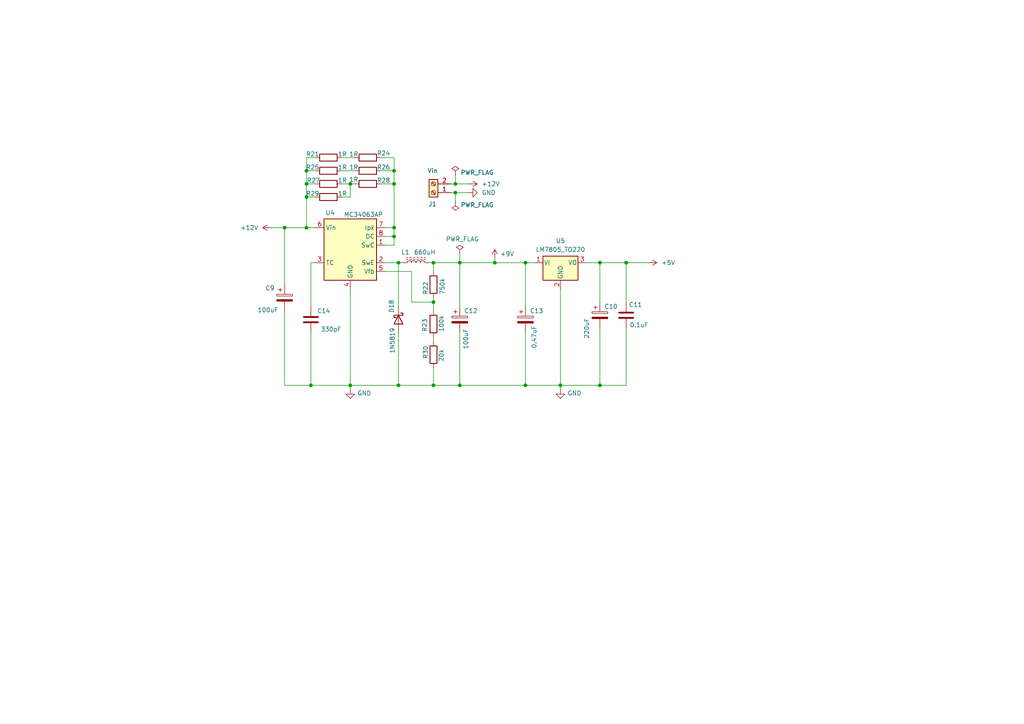
<source format=kicad_sch>
(kicad_sch (version 20231120) (generator "eeschema") (generator_version "8.0")
  (paper "A4")
  (lib_symbols
    (symbol "Connector:Screw_Terminal_01x02" (pin_names (offset 1.016) hide)
      (property "Reference" "J" (at 0 2.54 0))
      (property "Value" "Screw_Terminal_01x02" (at 0 -5.08 0))
      (symbol "Screw_Terminal_01x02_1_1"
        (rectangle (start -1.27 1.27) (end 1.27 -3.81) (stroke (width 0.254)) (fill (type background)))
        (circle (center 0 -2.54) (radius 0.635) (stroke (width 0.1524)))
        (polyline (pts (xy -0.5334 -2.2098) (xy 0.3302 -3.048)) (stroke (width 0.1524)))
        (polyline (pts (xy -0.5334 0.3302) (xy 0.3302 -0.508)) (stroke (width 0.1524)))
        (polyline (pts (xy -0.3556 -2.032) (xy 0.508 -2.8702)) (stroke (width 0.1524)))
        (polyline (pts (xy -0.3556 0.508) (xy 0.508 -0.3302)) (stroke (width 0.1524)))
        (circle (center 0 0) (radius 0.635) (stroke (width 0.1524)))
        (pin passive line (at -5.08 0 0) (length 3.81) (name "Pin_1") (number "1"))
        (pin passive line (at -5.08 -2.54 0) (length 3.81) (name "Pin_2") (number "2"))
      )
    )
    (symbol "Device:C" (pin_numbers hide) (pin_names (offset 0.254))
      (property "Reference" "C" (at 0.635 2.54 0))
      (property "Value" "C" (at 0.635 -2.54 0))
      (symbol "C_0_1"
        (polyline (pts (xy -2.032 -0.762) (xy 2.032 -0.762)) (stroke (width 0.508)))
        (polyline (pts (xy -2.032 0.762) (xy 2.032 0.762)) (stroke (width 0.508)))
      )
      (symbol "C_1_1"
        (pin passive line (at 0 3.81 270) (length 2.794) (name "~") (number "1"))
        (pin passive line (at 0 -3.81 90) (length 2.794) (name "~") (number "2"))
      )
    )
    (symbol "Device:C_Polarized" (pin_numbers hide) (pin_names (offset 0.254))
      (property "Reference" "C" (at 0.635 2.54 0))
      (property "Value" "C_Polarized" (at 0.635 -2.54 0))
      (symbol "C_Polarized_0_1"
        (rectangle (start -2.286 0.508) (end 2.286 1.016))
        (polyline (pts (xy -1.778 2.286) (xy -0.762 2.286)))
        (polyline (pts (xy -1.27 2.794) (xy -1.27 1.778)))
        (rectangle (start 2.286 -0.508) (end -2.286 -1.016) (fill (type outline)))
      )
      (symbol "C_Polarized_1_1"
        (pin passive line (at 0 3.81 270) (length 2.794) (name "~") (number "1"))
        (pin passive line (at 0 -3.81 90) (length 2.794) (name "~") (number "2"))
      )
    )
    (symbol "Device:L_Ferrite" (pin_numbers hide) (pin_names (offset 1.016) hide)
      (property "Reference" "L" (at -1.27 0 90))
      (property "Value" "L_Ferrite" (at 2.794 0 90))
      (symbol "L_Ferrite_0_1"
        (arc (start 0 -2.54) (mid 0.6323 -1.905) (end 0 -1.27))
        (arc (start 0 -1.27) (mid 0.6323 -0.635) (end 0 0))
        (polyline (pts (xy 1.016 -2.794) (xy 1.016 -2.286)))
        (polyline (pts (xy 1.016 -1.778) (xy 1.016 -1.27)))
        (polyline (pts (xy 1.016 -0.762) (xy 1.016 -0.254)))
        (polyline (pts (xy 1.016 0.254) (xy 1.016 0.762)))
        (polyline (pts (xy 1.016 1.27) (xy 1.016 1.778)))
        (polyline (pts (xy 1.016 2.286) (xy 1.016 2.794)))
        (polyline (pts (xy 1.524 -2.286) (xy 1.524 -2.794)))
        (polyline (pts (xy 1.524 -1.27) (xy 1.524 -1.778)))
        (polyline (pts (xy 1.524 -0.254) (xy 1.524 -0.762)))
        (polyline (pts (xy 1.524 0.762) (xy 1.524 0.254)))
        (polyline (pts (xy 1.524 1.778) (xy 1.524 1.27)))
        (polyline (pts (xy 1.524 2.794) (xy 1.524 2.286)))
        (arc (start 0 0) (mid 0.6323 0.635) (end 0 1.27))
        (arc (start 0 1.27) (mid 0.6323 1.905) (end 0 2.54))
      )
      (symbol "L_Ferrite_1_1"
        (pin passive line (at 0 3.81 270) (length 1.27) (name "1") (number "1"))
        (pin passive line (at 0 -3.81 90) (length 1.27) (name "2") (number "2"))
      )
    )
    (symbol "Device:R" (pin_numbers hide) (pin_names (offset 0))
      (property "Reference" "R" (at 2.032 0 90))
      (property "Value" "R" (at 0 0 90))
      (symbol "R_0_1"
        (rectangle (start -1.016 -2.54) (end 1.016 2.54) (stroke (width 0.254)))
      )
      (symbol "R_1_1"
        (pin passive line (at 0 3.81 270) (length 1.27) (name "~") (number "1"))
        (pin passive line (at 0 -3.81 90) (length 1.27) (name "~") (number "2"))
      )
    )
    (symbol "Diode:1N5819" (pin_numbers hide) (pin_names (offset 1.016) hide)
      (property "Reference" "D" (at 0 2.54 0))
      (property "Value" "1N5819" (at 0 -2.54 0))
      (symbol "1N5819_0_1"
        (polyline (pts (xy 1.27 0) (xy -1.27 0)))
        (polyline (pts (xy 1.27 1.27) (xy 1.27 -1.27) (xy -1.27 0) (xy 1.27 1.27)) (stroke (width 0.254)))
        (polyline (pts (xy -1.905 0.635) (xy -1.905 1.27) (xy -1.27 1.27) (xy -1.27 -1.27) (xy -0.635 -1.27) (xy -0.635 -0.635)) (stroke (width 0.254)))
      )
      (symbol "1N5819_1_1"
        (pin passive line (at -3.81 0 0) (length 2.54) (name "K") (number "1"))
        (pin passive line (at 3.81 0 180) (length 2.54) (name "A") (number "2"))
      )
    )
    (symbol "Regulator_Linear:LM7805_TO220" (pin_names (offset 0.254))
      (property "Reference" "U" (at -3.81 3.175 0))
      (property "Value" "LM7805_TO220" (at 0 3.175 0))
      (symbol "LM7805_TO220_0_1"
        (rectangle (start -5.08 1.905) (end 5.08 -5.08) (stroke (width 0.254)) (fill (type background)))
      )
      (symbol "LM7805_TO220_1_1"
        (pin power_in line (at -7.62 0 0) (length 2.54) (name "VI") (number "1"))
        (pin power_in line (at 0 -7.62 90) (length 2.54) (name "GND") (number "2"))
        (pin power_out line (at 7.62 0 180) (length 2.54) (name "VO") (number "3"))
      )
    )
    (symbol "Regulator_Switching:MC34063AP"
      (property "Reference" "U" (at -7.62 8.89 0))
      (property "Value" "MC34063AP" (at 0 8.89 0))
      (symbol "MC34063AP_0_1"
        (rectangle (start -7.62 7.62) (end 7.62 -10.16) (stroke (width 0.254)) (fill (type background)))
      )
      (symbol "MC34063AP_1_1"
        (pin open_collector line (at 10.16 0 180) (length 2.54) (name "SwC") (number "1"))
        (pin open_emitter line (at 10.16 -5.08 180) (length 2.54) (name "SwE") (number "2"))
        (pin passive line (at -10.16 -5.08 0) (length 2.54) (name "TC") (number "3"))
        (pin power_in line (at 0 -12.7 90) (length 2.54) (name "GND") (number "4"))
        (pin input line (at 10.16 -7.62 180) (length 2.54) (name "Vfb") (number "5"))
        (pin power_in line (at -10.16 5.08 0) (length 2.54) (name "Vin") (number "6"))
        (pin input line (at 10.16 5.08 180) (length 2.54) (name "Ipk") (number "7"))
        (pin open_collector line (at 10.16 2.54 180) (length 2.54) (name "DC") (number "8"))
      )
    )
    (symbol "power:+12V" (power) (pin_numbers hide) (pin_names (offset 0) hide)
      (property "Value" "+12V" (at 0 3.556 0))
      (symbol "+12V_0_1"
        (polyline (pts (xy -0.762 1.27) (xy 0 2.54)))
        (polyline (pts (xy 0 0) (xy 0 2.54)))
        (polyline (pts (xy 0 2.54) (xy 0.762 1.27)))
      )
      (symbol "+12V_1_1"
        (pin power_in line (at 0 0 90) (length 0) (name "~") (number "1"))
      )
    )
    (symbol "power:+5V" (power) (pin_numbers hide) (pin_names (offset 0) hide)
      (property "Value" "+5V" (at 0 3.556 0))
      (symbol "+5V_0_1"
        (polyline (pts (xy -0.762 1.27) (xy 0 2.54)))
        (polyline (pts (xy 0 0) (xy 0 2.54)))
        (polyline (pts (xy 0 2.54) (xy 0.762 1.27)))
      )
      (symbol "+5V_1_1"
        (pin power_in line (at 0 0 90) (length 0) (name "~") (number "1"))
      )
    )
    (symbol "power:+9V" (power) (pin_numbers hide) (pin_names (offset 0) hide)
      (property "Value" "+9V" (at 0 3.556 0))
      (symbol "+9V_0_1"
        (polyline (pts (xy -0.762 1.27) (xy 0 2.54)))
        (polyline (pts (xy 0 0) (xy 0 2.54)))
        (polyline (pts (xy 0 2.54) (xy 0.762 1.27)))
      )
      (symbol "+9V_1_1"
        (pin power_in line (at 0 0 90) (length 0) (name "~") (number "1"))
      )
    )
    (symbol "power:GND" (power) (pin_numbers hide) (pin_names (offset 0) hide)
      (property "Value" "GND" (at 0 -3.81 0))
      (symbol "GND_0_1"
        (polyline (pts (xy 0 0) (xy 0 -1.27) (xy 1.27 -1.27) (xy 0 -2.54) (xy -1.27 -1.27) (xy 0 -1.27)))
      )
      (symbol "GND_1_1"
        (pin power_in line (at 0 0 270) (length 0) (name "~") (number "1"))
      )
    )
    (symbol "power:PWR_FLAG" (power) (pin_numbers hide) (pin_names (offset 0) hide)
      (property "Value" "PWR_FLAG" (at 0 3.81 0))
      (symbol "PWR_FLAG_0_0"
        (pin power_out line (at 0 0 90) (length 0) (name "~") (number "1"))
      )
      (symbol "PWR_FLAG_0_1"
        (polyline (pts (xy 0 0) (xy 0 1.27) (xy -1.016 1.905) (xy 0 2.54) (xy 1.016 1.905) (xy 0 1.27)))
      )
    )
  )
  (junction (at 132.08 55.88))
  (junction (at 114.3 49.53))
  (junction (at 125.73 111.76))
  (junction (at 88.9 49.53))
  (junction (at 114.3 68.58))
  (junction (at 152.4 111.76))
  (junction (at 101.6 111.76))
  (junction (at 133.35 76.2))
  (junction (at 133.35 111.76))
  (junction (at 143.51 76.2))
  (junction (at 152.4 76.2))
  (junction (at 115.57 76.2))
  (junction (at 181.61 76.2))
  (junction (at 114.3 66.04))
  (junction (at 125.73 76.2))
  (junction (at 115.57 111.76))
  (junction (at 173.99 111.76))
  (junction (at 88.9 53.34))
  (junction (at 173.99 76.2))
  (junction (at 162.56 111.76))
  (junction (at 132.08 53.34))
  (junction (at 82.55 66.04))
  (junction (at 88.9 66.04))
  (junction (at 125.73 87.63))
  (junction (at 114.3 53.34))
  (junction (at 88.9 57.15))
  (junction (at 90.17 111.76))
  (junction (at 101.6 53.34))
  (wire (pts (xy 170.18 76.2) (xy 173.99 76.2)))
  (wire (pts (xy 110.49 45.72) (xy 114.3 45.72)))
  (wire (pts (xy 133.35 111.76) (xy 152.4 111.76)))
  (wire (pts (xy 181.61 76.2) (xy 187.96 76.2)))
  (wire (pts (xy 114.3 53.34) (xy 114.3 66.04)))
  (wire (pts (xy 154.94 76.2) (xy 152.4 76.2)))
  (wire (pts (xy 133.35 76.2) (xy 133.35 88.9)))
  (wire (pts (xy 173.99 111.76) (xy 181.61 111.76)))
  (wire (pts (xy 125.73 76.2) (xy 125.73 78.74)))
  (wire (pts (xy 101.6 111.76) (xy 101.6 83.82)))
  (wire (pts (xy 125.73 87.63) (xy 125.73 90.17)))
  (wire (pts (xy 88.9 53.34) (xy 91.44 53.34)))
  (wire (pts (xy 119.38 78.74) (xy 119.38 87.63)))
  (wire (pts (xy 173.99 76.2) (xy 181.61 76.2)))
  (wire (pts (xy 133.35 96.52) (xy 133.35 111.76)))
  (wire (pts (xy 99.06 53.34) (xy 101.6 53.34)))
  (wire (pts (xy 119.38 87.63) (xy 125.73 87.63)))
  (wire (pts (xy 132.08 55.88) (xy 135.89 55.88)))
  (wire (pts (xy 143.51 76.2) (xy 152.4 76.2)))
  (wire (pts (xy 101.6 111.76) (xy 115.57 111.76)))
  (wire (pts (xy 88.9 57.15) (xy 88.9 53.34)))
  (wire (pts (xy 82.55 111.76) (xy 90.17 111.76)))
  (wire (pts (xy 125.73 76.2) (xy 133.35 76.2)))
  (wire (pts (xy 101.6 111.76) (xy 101.6 113.03)))
  (wire (pts (xy 99.06 49.53) (xy 102.87 49.53)))
  (wire (pts (xy 181.61 111.76) (xy 181.61 95.25)))
  (wire (pts (xy 90.17 111.76) (xy 101.6 111.76)))
  (wire (pts (xy 125.73 111.76) (xy 133.35 111.76)))
  (wire (pts (xy 101.6 57.15) (xy 101.6 53.34)))
  (wire (pts (xy 125.73 106.68) (xy 125.73 111.76)))
  (wire (pts (xy 132.08 50.8) (xy 132.08 53.34)))
  (wire (pts (xy 152.4 76.2) (xy 152.4 88.9)))
  (wire (pts (xy 114.3 66.04) (xy 114.3 68.58)))
  (wire (pts (xy 162.56 111.76) (xy 152.4 111.76)))
  (wire (pts (xy 173.99 111.76) (xy 162.56 111.76)))
  (wire (pts (xy 88.9 57.15) (xy 91.44 57.15)))
  (wire (pts (xy 101.6 53.34) (xy 102.87 53.34)))
  (wire (pts (xy 114.3 45.72) (xy 114.3 49.53)))
  (wire (pts (xy 99.06 57.15) (xy 101.6 57.15)))
  (wire (pts (xy 132.08 55.88) (xy 132.08 58.42)))
  (wire (pts (xy 162.56 83.82) (xy 162.56 111.76)))
  (wire (pts (xy 115.57 111.76) (xy 125.73 111.76)))
  (wire (pts (xy 90.17 88.9) (xy 90.17 76.2)))
  (wire (pts (xy 88.9 49.53) (xy 88.9 53.34)))
  (wire (pts (xy 115.57 76.2) (xy 116.84 76.2)))
  (wire (pts (xy 162.56 113.03) (xy 162.56 111.76)))
  (wire (pts (xy 114.3 53.34) (xy 114.3 49.53)))
  (wire (pts (xy 88.9 45.72) (xy 88.9 49.53)))
  (wire (pts (xy 152.4 111.76) (xy 152.4 96.52)))
  (wire (pts (xy 132.08 53.34) (xy 135.89 53.34)))
  (wire (pts (xy 181.61 87.63) (xy 181.61 76.2)))
  (wire (pts (xy 173.99 76.2) (xy 173.99 87.63)))
  (wire (pts (xy 90.17 76.2) (xy 91.44 76.2)))
  (wire (pts (xy 110.49 53.34) (xy 114.3 53.34)))
  (wire (pts (xy 130.81 53.34) (xy 132.08 53.34)))
  (wire (pts (xy 143.51 74.93) (xy 143.51 76.2)))
  (wire (pts (xy 88.9 57.15) (xy 88.9 66.04)))
  (wire (pts (xy 111.76 78.74) (xy 119.38 78.74)))
  (wire (pts (xy 82.55 66.04) (xy 82.55 82.55)))
  (wire (pts (xy 130.81 55.88) (xy 132.08 55.88)))
  (wire (pts (xy 114.3 68.58) (xy 114.3 71.12)))
  (wire (pts (xy 173.99 95.25) (xy 173.99 111.76)))
  (wire (pts (xy 88.9 66.04) (xy 91.44 66.04)))
  (wire (pts (xy 82.55 90.17) (xy 82.55 111.76)))
  (wire (pts (xy 115.57 96.52) (xy 115.57 111.76)))
  (wire (pts (xy 78.74 66.04) (xy 82.55 66.04)))
  (wire (pts (xy 88.9 49.53) (xy 91.44 49.53)))
  (wire (pts (xy 133.35 76.2) (xy 143.51 76.2)))
  (wire (pts (xy 125.73 97.79) (xy 125.73 99.06)))
  (wire (pts (xy 90.17 96.52) (xy 90.17 111.76)))
  (wire (pts (xy 111.76 71.12) (xy 114.3 71.12)))
  (wire (pts (xy 99.06 45.72) (xy 102.87 45.72)))
  (wire (pts (xy 111.76 68.58) (xy 114.3 68.58)))
  (wire (pts (xy 115.57 76.2) (xy 115.57 88.9)))
  (wire (pts (xy 82.55 66.04) (xy 88.9 66.04)))
  (wire (pts (xy 125.73 86.36) (xy 125.73 87.63)))
  (wire (pts (xy 111.76 66.04) (xy 114.3 66.04)))
  (wire (pts (xy 124.46 76.2) (xy 125.73 76.2)))
  (wire (pts (xy 110.49 49.53) (xy 114.3 49.53)))
  (wire (pts (xy 111.76 76.2) (xy 115.57 76.2)))
  (wire (pts (xy 88.9 45.72) (xy 91.44 45.72)))
  (wire (pts (xy 133.35 73.66) (xy 133.35 76.2)))
  (symbol (lib_id "Device:R") (at 106.68 49.53 90) (unit 1)
    (property "Reference" "R26" (at 111.252 48.514 90))
    (property "Value" "1R" (at 102.616 48.514 90))
    (property "Description" "Resistor" (effects (hide yes)))
  )
  (symbol (lib_id "Device:R") (at 106.68 45.72 90) (unit 1)
    (property "Reference" "R24" (at 111.252 44.45 90))
    (property "Value" "1R" (at 102.616 44.704 90))
    (property "Description" "Resistor" (effects (hide yes)))
  )
  (symbol (lib_id "power:+12V") (at 78.74 66.04 90) (unit 1)
    (property "Reference" "#PWR011" (effects (hide yes)))
    (property "Value" "+12V" (at 74.93 66.0399 90) (effects (justify left)))
    (property "Description" "Power symbol creates a global label with name \"+12V\"" (effects (hide yes)))
  )
  (symbol (lib_id "Device:R") (at 125.73 82.55 180) (unit 1)
    (property "Reference" "R22" (at 123.444 83.566 90))
    (property "Value" "750k" (at 128.27 83.058 90))
    (property "Description" "Resistor" (effects (hide yes)))
  )
  (symbol (lib_id "power:GND") (at 135.89 55.88 90) (unit 1)
    (property "Reference" "#PWR010" (effects (hide yes)))
    (property "Value" "GND" (at 139.7 55.8799 90) (effects (justify right)))
    (property "Description" "Power symbol creates a global label with name \"GND\" , ground" (effects (hide yes)))
  )
  (symbol (lib_id "Device:C_Polarized") (at 82.55 86.36 0) (unit 1)
    (property "Reference" "C9" (at 76.962 83.566 0) (effects (justify left)))
    (property "Value" "100uF" (at 74.676 89.916 0) (effects (justify left)))
    (property "Description" "Polarized capacitor" (effects (hide yes)))
  )
  (symbol (lib_id "Device:C") (at 90.17 92.71 0) (unit 1)
    (property "Reference" "C14" (at 91.948 90.17 0) (effects (justify left)))
    (property "Value" "330pF" (at 92.964 95.504 0) (effects (justify left)))
    (property "Description" "Unpolarized capacitor" (effects (hide yes)))
  )
  (symbol (lib_id "power:+12V") (at 135.89 53.34 270) (unit 1)
    (property "Reference" "#PWR09" (effects (hide yes)))
    (property "Value" "+12V" (at 139.7 53.3399 90) (effects (justify left)))
    (property "Description" "Power symbol creates a global label with name \"+12V\"" (effects (hide yes)))
  )
  (symbol (lib_id "Diode:1N5819") (at 115.57 92.71 270) (unit 1)
    (property "Reference" "D18" (at 113.538 86.868 0) (effects (justify left)))
    (property "Value" "1N5819" (at 113.792 94.996 0) (effects (justify left)))
    (property "Footprint" "Diode_THT:D_DO-41_SOD81_P10.16mm_Horizontal" (effects (hide yes)))
    (property "Datasheet" "http://www.vishay.com/docs/88525/1n5817.pdf" (effects (hide yes)))
    (property "Description" "40V 1A Schottky Barrier Rectifier Diode, DO-41" (effects (hide yes)))
  )
  (symbol (lib_id "Device:R") (at 95.25 49.53 90) (unit 1)
    (property "Reference" "R25" (at 90.678 48.514 90))
    (property "Value" "1R" (at 99.314 48.514 90))
    (property "Description" "Resistor" (effects (hide yes)))
  )
  (symbol (lib_id "Device:R") (at 95.25 53.34 90) (unit 1)
    (property "Reference" "R27" (at 90.932 52.324 90))
    (property "Value" "1R" (at 99.314 52.324 90))
    (property "Description" "Resistor" (effects (hide yes)))
  )
  (symbol (lib_id "Device:R") (at 125.73 102.87 0) (unit 1)
    (property "Reference" "R30" (at 123.444 104.14 90) (effects (justify left)))
    (property "Value" "20k" (at 128.016 104.902 90) (effects (justify left)))
    (property "Description" "Resistor" (effects (hide yes)))
  )
  (symbol (lib_id "Device:C_Polarized") (at 133.35 92.71 0) (unit 1)
    (property "Reference" "C12" (at 134.62 90.17 0) (effects (justify left)))
    (property "Value" "100uF" (at 135.128 101.346 90) (effects (justify left)))
    (property "Description" "Polarized capacitor" (effects (hide yes)))
  )
  (symbol (lib_id "power:GND") (at 162.56 113.03 0) (unit 1)
    (property "Reference" "#PWR015" (effects (hide yes)))
    (property "Value" "GND" (at 166.624 114.046 0))
    (property "Description" "Power symbol creates a global label with name \"GND\" , ground" (effects (hide yes)))
  )
  (symbol (lib_id "Connector:Screw_Terminal_01x02") (at 125.73 55.88 180) (unit 1)
    (property "Reference" "J1" (at 125.476 59.182 0))
    (property "Value" "Vin" (at 125.476 49.53 0))
    (property "Description" "Generic screw terminal, single row, 01x02, script generated (kicad-library-utils/schlib/autogen/connector/)" (effects (hide yes)))
  )
  (symbol (lib_id "Device:R") (at 125.73 93.98 0) (unit 1)
    (property "Reference" "R23" (at 123.19 96.266 90) (effects (justify left)))
    (property "Value" "100k" (at 128.016 96.266 90) (effects (justify left)))
    (property "Description" "Resistor" (effects (hide yes)))
  )
  (symbol (lib_id "Device:C") (at 181.61 91.44 0) (unit 1)
    (property "Reference" "C11" (at 182.372 88.392 0) (effects (justify left)))
    (property "Value" "0.1uF" (at 182.626 94.234 0) (effects (justify left)))
    (property "Footprint" "Capacitor_THT:C_Disc_D3.0mm_W2.0mm_P2.50mm" (effects (hide yes)))
    (property "Description" "Unpolarized capacitor" (effects (hide yes)))
  )
  (symbol (lib_id "Device:R") (at 95.25 45.72 90) (unit 1)
    (property "Reference" "R21" (at 90.678 44.704 90))
    (property "Value" "1R" (at 99.314 44.704 90))
    (property "Description" "Resistor" (effects (hide yes)))
  )
  (symbol (lib_id "power:PWR_FLAG") (at 132.08 58.42 180) (unit 1)
    (property "Reference" "#FLG02" (effects (hide yes)))
    (property "Value" "PWR_FLAG" (at 138.43 59.436 0))
    (property "Description" "Special symbol for telling ERC where power comes from" (effects (hide yes)))
  )
  (symbol (lib_id "Device:L_Ferrite") (at 120.65 76.2 90) (unit 1)
    (property "Reference" "L1" (at 117.602 73.152 90))
    (property "Value" "660uH" (at 123.19 73.152 90))
    (property "Description" "Inductor with ferrite core" (effects (hide yes)))
  )
  (symbol (lib_id "power:+9V") (at 143.51 74.93 0) (unit 1)
    (property "Reference" "#PWR013" (effects (hide yes)))
    (property "Value" "+9V" (at 145.034 73.66 0) (effects (justify left)))
    (property "Description" "Power symbol creates a global label with name \"+9V\"" (effects (hide yes)))
  )
  (symbol (lib_id "Device:C_Polarized") (at 173.99 91.44 0) (unit 1)
    (property "Reference" "C10" (at 175.26 88.9 0) (effects (justify left)))
    (property "Value" "220uF" (at 170.18 98.298 90) (effects (justify left)))
    (property "Description" "Polarized capacitor" (effects (hide yes)))
  )
  (symbol (lib_id "Device:R") (at 106.68 53.34 90) (unit 1)
    (property "Reference" "R28" (at 111.252 52.324 90))
    (property "Value" "1R" (at 102.616 52.07 90))
    (property "Description" "Resistor" (effects (hide yes)))
  )
  (symbol (lib_id "Device:R") (at 95.25 57.15 90) (unit 1)
    (property "Reference" "R29" (at 90.678 56.134 90))
    (property "Value" "1R" (at 99.314 56.134 90))
    (property "Description" "Resistor" (effects (hide yes)))
  )
  (symbol (lib_id "power:+5V") (at 187.96 76.2 270) (unit 1)
    (property "Reference" "#PWR014" (effects (hide yes)))
    (property "Value" "+5V" (at 191.77 76.1999 90) (effects (justify left)))
    (property "Description" "Power symbol creates a global label with name \"+5V\"" (effects (hide yes)))
  )
  (symbol (lib_id "power:PWR_FLAG") (at 132.08 50.8 0) (unit 1)
    (property "Reference" "#FLG01" (effects (hide yes)))
    (property "Value" "PWR_FLAG" (at 138.43 50.038 0))
    (property "Description" "Special symbol for telling ERC where power comes from" (effects (hide yes)))
  )
  (symbol (lib_id "power:GND") (at 101.6 113.03 0) (unit 1)
    (property "Reference" "#PWR016" (effects (hide yes)))
    (property "Value" "GND" (at 105.664 114.046 0))
    (property "Description" "Power symbol creates a global label with name \"GND\" , ground" (effects (hide yes)))
  )
  (symbol (lib_id "Regulator_Switching:MC34063AP") (at 101.6 71.12 0) (unit 1)
    (property "Reference" "U4" (at 95.758 61.722 0))
    (property "Value" "MC34063AP" (at 105.41 62.23 0))
    (property "Footprint" "Package_DIP:DIP-8_W7.62mm" (effects (hide yes)))
    (property "Datasheet" "http://www.onsemi.com/pub_link/Collateral/MC34063A-D.PDF" (effects (hide yes)))
    (property "Description" "1.5A, step-up/down/inverting switching regulator, 3-40V Vin, 100kHz, DIP-8" (effects (hide yes)))
  )
  (symbol (lib_id "power:PWR_FLAG") (at 133.35 73.66 0) (unit 1)
    (property "Reference" "#FLG03" (effects (hide yes)))
    (property "Value" "PWR_FLAG" (at 134.112 69.342 0))
    (property "Description" "Special symbol for telling ERC where power comes from" (effects (hide yes)))
  )
  (symbol (lib_id "Regulator_Linear:LM7805_TO220") (at 162.56 76.2 0) (unit 1)
    (property "Reference" "U5" (at 162.56 69.85 0))
    (property "Value" "LM7805_TO220" (at 162.56 72.39 0))
    (property "Footprint" "Package_TO_SOT_THT:TO-220-3_Vertical" (effects (hide yes)))
    (property "Datasheet" "https://www.onsemi.cn/PowerSolutions/document/MC7800-D.PDF" (effects (hide yes)))
    (property "Description" "Positive 1A 35V Linear Regulator, Fixed Output 5V, TO-220" (effects (hide yes)))
  )
  (symbol (lib_id "Device:C_Polarized") (at 152.4 92.71 0) (unit 1)
    (property "Reference" "C13" (at 153.67 90.17 0) (effects (justify left)))
    (property "Value" "0.47uF" (at 154.94 101.092 90) (effects (justify left)))
    (property "Description" "Polarized capacitor" (effects (hide yes)))
  )
)
</source>
